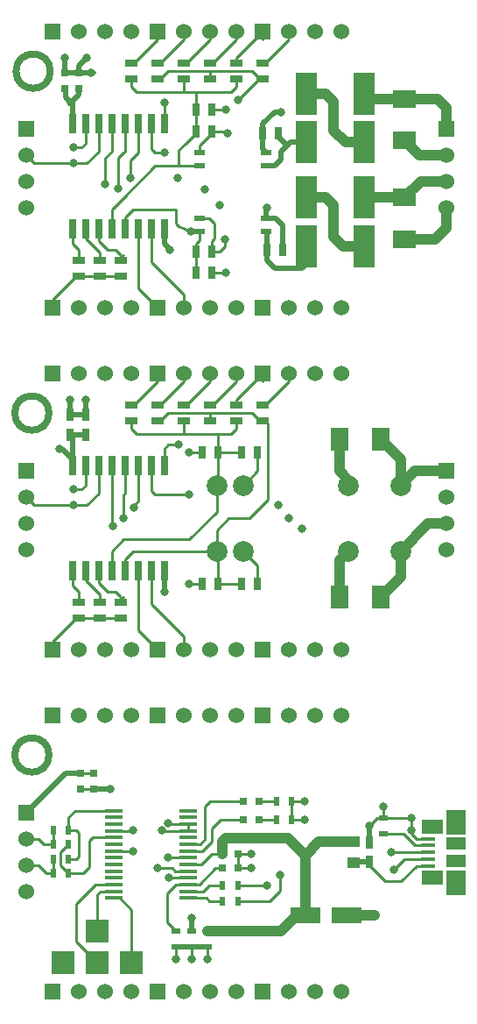
<source format=gtl>
G04 #@! TF.FileFunction,Copper,L1,Top,Signal*
%FSLAX45Y45*%
G04 Gerber Fmt 4.5, Leading zero omitted, Abs format (unit mm)*
G04 Created by KiCad (PCBNEW (after 2015-may-25 BZR unknown)-product) date 15/07/2015 13:23:27*
%MOMM*%
G01*
G04 APERTURE LIST*
%ADD10C,0.150000*%
%ADD11C,0.381000*%
%ADD12R,0.635000X1.905000*%
%ADD13R,0.635000X1.143000*%
%ADD14R,1.143000X0.635000*%
%ADD15R,1.524000X1.524000*%
%ADD16C,1.524000*%
%ADD17R,2.199640X1.800860*%
%ADD18R,2.032000X4.064000*%
%ADD19R,0.998220X0.497840*%
%ADD20R,0.750000X0.800000*%
%ADD21R,1.800860X2.199640*%
%ADD22C,1.998980*%
%ADD23R,0.750000X1.200000*%
%ADD24R,1.750000X0.450000*%
%ADD25R,0.800000X0.750000*%
%ADD26R,2.999740X1.501140*%
%ADD27R,0.797560X0.797560*%
%ADD28R,1.250000X1.000000*%
%ADD29R,2.235200X2.235200*%
%ADD30R,0.500000X0.900000*%
%ADD31R,0.900000X0.500000*%
%ADD32R,1.897380X1.173480*%
%ADD33R,1.897380X2.374900*%
%ADD34R,2.100580X1.473200*%
%ADD35R,1.379220X0.449580*%
%ADD36C,0.800100*%
%ADD37C,0.254000*%
%ADD38C,1.000760*%
%ADD39C,0.508000*%
G04 APERTURE END LIST*
D10*
D11*
X19139408Y-4699000D02*
G75*
G03X19139408Y-4699000I-152908J0D01*
G01*
X19165570Y-4699000D02*
G75*
G03X19165570Y-4699000I-179070J0D01*
G01*
X19126708Y-8001000D02*
G75*
G03X19126708Y-8001000I-152908J0D01*
G01*
X19152870Y-8001000D02*
G75*
G03X19152870Y-8001000I-179070J0D01*
G01*
X19126708Y-11303000D02*
G75*
G03X19126708Y-11303000I-152908J0D01*
G01*
X19152870Y-11303000D02*
G75*
G03X19152870Y-11303000I-179070J0D01*
G01*
D12*
X19367500Y-6223000D03*
X19494500Y-6223000D03*
X19621500Y-6223000D03*
X19748500Y-6223000D03*
X19875500Y-6223000D03*
X20002500Y-6223000D03*
X20129500Y-6223000D03*
X20256500Y-6223000D03*
X20256500Y-5207000D03*
X20129500Y-5207000D03*
X20002500Y-5207000D03*
X19875500Y-5207000D03*
X19748500Y-5207000D03*
X19621500Y-5207000D03*
X19494500Y-5207000D03*
X19367500Y-5207000D03*
D13*
X20561300Y-6438900D03*
X20713700Y-6438900D03*
X20713700Y-6642100D03*
X20561300Y-6642100D03*
X20561300Y-5283200D03*
X20713700Y-5283200D03*
X20713700Y-5067300D03*
X20561300Y-5067300D03*
D14*
X19431000Y-6680200D03*
X19431000Y-6527800D03*
X19634200Y-6680200D03*
X19634200Y-6527800D03*
X19837400Y-6680200D03*
X19837400Y-6527800D03*
X19939000Y-4622800D03*
X19939000Y-4775200D03*
X20193000Y-4622800D03*
X20193000Y-4775200D03*
X20447000Y-4622800D03*
X20447000Y-4775200D03*
X20701000Y-4622800D03*
X20701000Y-4775200D03*
X20955000Y-4622800D03*
X20955000Y-4775200D03*
X21209000Y-4622800D03*
X21209000Y-4775200D03*
D15*
X22987000Y-5257800D03*
D16*
X22987000Y-5511800D03*
X22987000Y-5765800D03*
X22987000Y-6019800D03*
D15*
X21209000Y-4318000D03*
D16*
X21463000Y-4318000D03*
X21717000Y-4318000D03*
X21971000Y-4318000D03*
D15*
X20193000Y-4318000D03*
D16*
X20447000Y-4318000D03*
X20701000Y-4318000D03*
X20955000Y-4318000D03*
D15*
X19177000Y-4318000D03*
D16*
X19431000Y-4318000D03*
X19685000Y-4318000D03*
X19939000Y-4318000D03*
D15*
X21209000Y-6985000D03*
D16*
X21463000Y-6985000D03*
X21717000Y-6985000D03*
X21971000Y-6985000D03*
D15*
X20193000Y-6985000D03*
D16*
X20447000Y-6985000D03*
X20701000Y-6985000D03*
X20955000Y-6985000D03*
D15*
X19177000Y-6985000D03*
D16*
X19431000Y-6985000D03*
X19685000Y-6985000D03*
X19939000Y-6985000D03*
D15*
X18923000Y-5257800D03*
D16*
X18923000Y-5511800D03*
X18923000Y-5765800D03*
X18923000Y-6019800D03*
D17*
X22580600Y-6322060D03*
X22580600Y-5920740D03*
X22580600Y-5369560D03*
X22580600Y-4968240D03*
D18*
X21628100Y-6388100D03*
X22186900Y-6388100D03*
X21628100Y-5918200D03*
X22186900Y-5918200D03*
X21628100Y-4914900D03*
X22186900Y-4914900D03*
X21628100Y-5384800D03*
X22186900Y-5384800D03*
D13*
X21399500Y-6426200D03*
X21247100Y-6426200D03*
X21209000Y-5295900D03*
X21361400Y-5295900D03*
D19*
X21240750Y-5613400D03*
X21240750Y-5486400D03*
X20593050Y-5486400D03*
X20593050Y-5613400D03*
X21240750Y-6248400D03*
X21240750Y-6121400D03*
X20593050Y-6121400D03*
X20593050Y-6248400D03*
D20*
X19431000Y-4862900D03*
X19431000Y-4712900D03*
X19291300Y-4862900D03*
X19291300Y-4712900D03*
D12*
X19367500Y-9525000D03*
X19494500Y-9525000D03*
X19621500Y-9525000D03*
X19748500Y-9525000D03*
X19875500Y-9525000D03*
X20002500Y-9525000D03*
X20129500Y-9525000D03*
X20256500Y-9525000D03*
X20256500Y-8509000D03*
X20129500Y-8509000D03*
X20002500Y-8509000D03*
X19875500Y-8509000D03*
X19748500Y-8509000D03*
X19621500Y-8509000D03*
X19494500Y-8509000D03*
X19367500Y-8509000D03*
D13*
X21005800Y-9652000D03*
X21158200Y-9652000D03*
X20624800Y-9652000D03*
X20777200Y-9652000D03*
X21005800Y-8382000D03*
X21158200Y-8382000D03*
X20624800Y-8382000D03*
X20777200Y-8382000D03*
D14*
X19431000Y-9982200D03*
X19431000Y-9829800D03*
X19634200Y-9982200D03*
X19634200Y-9829800D03*
X19837400Y-9982200D03*
X19837400Y-9829800D03*
X19939000Y-7924800D03*
X19939000Y-8077200D03*
X20193000Y-7924800D03*
X20193000Y-8077200D03*
X20447000Y-7924800D03*
X20447000Y-8077200D03*
X20701000Y-7924800D03*
X20701000Y-8077200D03*
X20955000Y-7924800D03*
X20955000Y-8077200D03*
X21209000Y-7924800D03*
X21209000Y-8077200D03*
D15*
X22987000Y-8559800D03*
D16*
X22987000Y-8813800D03*
X22987000Y-9067800D03*
X22987000Y-9321800D03*
D15*
X21209000Y-7620000D03*
D16*
X21463000Y-7620000D03*
X21717000Y-7620000D03*
X21971000Y-7620000D03*
D15*
X20193000Y-7620000D03*
D16*
X20447000Y-7620000D03*
X20701000Y-7620000D03*
X20955000Y-7620000D03*
D15*
X19177000Y-7620000D03*
D16*
X19431000Y-7620000D03*
X19685000Y-7620000D03*
X19939000Y-7620000D03*
D15*
X21209000Y-10287000D03*
D16*
X21463000Y-10287000D03*
X21717000Y-10287000D03*
X21971000Y-10287000D03*
D15*
X20193000Y-10287000D03*
D16*
X20447000Y-10287000D03*
X20701000Y-10287000D03*
X20955000Y-10287000D03*
D15*
X19177000Y-10287000D03*
D16*
X19431000Y-10287000D03*
X19685000Y-10287000D03*
X19939000Y-10287000D03*
D15*
X18923000Y-8559800D03*
D16*
X18923000Y-8813800D03*
X18923000Y-9067800D03*
X18923000Y-9321800D03*
D21*
X21948140Y-9779000D03*
X22349460Y-9779000D03*
X21948140Y-8255000D03*
X22349460Y-8255000D03*
D22*
X20764500Y-8699500D03*
X21018500Y-8699500D03*
X22034500Y-8699500D03*
X22542500Y-8699500D03*
X20764500Y-9334500D03*
X21018500Y-9334500D03*
X22034500Y-9334500D03*
X22542500Y-9334500D03*
D23*
X19494500Y-8210300D03*
X19494500Y-8020300D03*
X19342100Y-8210300D03*
X19342100Y-8020300D03*
D24*
X19763150Y-11839350D03*
X19763150Y-11904350D03*
X19763150Y-11969350D03*
X19763150Y-12034350D03*
X19763150Y-12099350D03*
X19763150Y-12164350D03*
X19763150Y-12229350D03*
X19763150Y-12294350D03*
X19763150Y-12359350D03*
X19763150Y-12424350D03*
X19763150Y-12489350D03*
X19763150Y-12554350D03*
X19763150Y-12619350D03*
X19763150Y-12684350D03*
X20483150Y-12684350D03*
X20483150Y-12619350D03*
X20483150Y-12554350D03*
X20483150Y-12489350D03*
X20483150Y-12424350D03*
X20483150Y-12359350D03*
X20483150Y-12294350D03*
X20483150Y-12229350D03*
X20483150Y-12164350D03*
X20483150Y-12099350D03*
X20483150Y-12034350D03*
X20483150Y-11969350D03*
X20483150Y-11904350D03*
X20483150Y-11839350D03*
D15*
X21209000Y-10922000D03*
D16*
X21463000Y-10922000D03*
X21717000Y-10922000D03*
X21971000Y-10922000D03*
D15*
X20193000Y-10922000D03*
D16*
X20447000Y-10922000D03*
X20701000Y-10922000D03*
X20955000Y-10922000D03*
D15*
X19177000Y-10922000D03*
D16*
X19431000Y-10922000D03*
X19685000Y-10922000D03*
X19939000Y-10922000D03*
D15*
X21209000Y-13589000D03*
D16*
X21463000Y-13589000D03*
X21717000Y-13589000D03*
X21971000Y-13589000D03*
D15*
X20193000Y-13589000D03*
D16*
X20447000Y-13589000D03*
X20701000Y-13589000D03*
X20955000Y-13589000D03*
D15*
X19177000Y-13589000D03*
D16*
X19431000Y-13589000D03*
X19685000Y-13589000D03*
X19939000Y-13589000D03*
D15*
X18923000Y-11861800D03*
D16*
X18923000Y-12115800D03*
X18923000Y-12369800D03*
X18923000Y-12623800D03*
D20*
X19443700Y-11482000D03*
X19443700Y-11632000D03*
X19570700Y-11482000D03*
X19570700Y-11632000D03*
D25*
X20816500Y-12395200D03*
X20966500Y-12395200D03*
X20816500Y-12255500D03*
X20966500Y-12255500D03*
D26*
X22018498Y-12852400D03*
X21618702Y-12852400D03*
D23*
X22237700Y-12337800D03*
X22237700Y-12147800D03*
D27*
X21019770Y-11925300D03*
X21169630Y-11925300D03*
X21019770Y-11747500D03*
X21169630Y-11747500D03*
D28*
X22085300Y-12142800D03*
X22085300Y-12342800D03*
D29*
X19939000Y-13309600D03*
X19608800Y-13309600D03*
X19278600Y-13309600D03*
D30*
X21337200Y-11925300D03*
X21487200Y-11925300D03*
X21337200Y-11747500D03*
X21487200Y-11747500D03*
X19328200Y-12166600D03*
X19178200Y-12166600D03*
X19328200Y-12026900D03*
X19178200Y-12026900D03*
X19328200Y-12446000D03*
X19178200Y-12446000D03*
X19328200Y-12306300D03*
X19178200Y-12306300D03*
X20966500Y-12712700D03*
X20816500Y-12712700D03*
X20966500Y-12560300D03*
X20816500Y-12560300D03*
D31*
X22377400Y-11913800D03*
X22377400Y-12063800D03*
X20523200Y-13006000D03*
X20523200Y-13156000D03*
X20675600Y-13006000D03*
X20675600Y-13156000D03*
X20370800Y-13006000D03*
X20370800Y-13156000D03*
D32*
X23075900Y-12326620D03*
X23075900Y-12158980D03*
D33*
X23075900Y-11951462D03*
X23075900Y-12534138D03*
D34*
X22846030Y-11996674D03*
X22846030Y-12488926D03*
D35*
X22809962Y-12372848D03*
X22809962Y-12307824D03*
X22809962Y-12242800D03*
X22809962Y-12177776D03*
X22809962Y-12112752D03*
D29*
X19608800Y-13004800D03*
D36*
X21590000Y-9118600D03*
X19761200Y-9093200D03*
X19685000Y-5791200D03*
X20789900Y-5994400D03*
X19380200Y-8890000D03*
X19380200Y-5588000D03*
X19380200Y-8737600D03*
X19380200Y-5435600D03*
X21386800Y-5092700D03*
X20967700Y-4978400D03*
X20510500Y-6248400D03*
X21247100Y-6019800D03*
X20396200Y-8305800D03*
X20256500Y-5003800D03*
X20497800Y-8788400D03*
X20256500Y-5486400D03*
X19964400Y-8915400D03*
X21361400Y-8890000D03*
X19926300Y-5727700D03*
X20383500Y-5727700D03*
X19862800Y-9017000D03*
X21463000Y-9017000D03*
X20650200Y-5842000D03*
X19812000Y-5829300D03*
X20231100Y-12026900D03*
X20294600Y-11963400D03*
X19950950Y-12229350D03*
X22275800Y-12852400D03*
X21094700Y-12395200D03*
X21094700Y-12255500D03*
X19735800Y-11632000D03*
X20295350Y-12294350D03*
X20302050Y-12489350D03*
X22644100Y-12026900D03*
X22644100Y-11912600D03*
X22237700Y-11988800D03*
X22377400Y-11798300D03*
X19342100Y-7874000D03*
X19494500Y-7874000D03*
X20256500Y-9728200D03*
X19291300Y-4572000D03*
X20866100Y-5295900D03*
X20307300Y-6426200D03*
X20840700Y-6324600D03*
X19507200Y-4572000D03*
X19544100Y-4712900D03*
X20523200Y-12877800D03*
X19240500Y-8343900D03*
X20497800Y-9652000D03*
X20497800Y-8382000D03*
X20853400Y-5067300D03*
X20853400Y-6642100D03*
X19354800Y-5003800D03*
X22479000Y-12407900D03*
X21247100Y-12560300D03*
X22453600Y-12242800D03*
X21374100Y-12458700D03*
X20193000Y-12395200D03*
X19951700Y-12026900D03*
X20523200Y-13271500D03*
X20675600Y-13271500D03*
X20370800Y-13271500D03*
X21615400Y-11747500D03*
X21615400Y-11925300D03*
D37*
X19748500Y-8509000D02*
X19748500Y-9080500D01*
X19748500Y-9080500D02*
X19761200Y-9093200D01*
X19685000Y-5537200D02*
X19685000Y-5600700D01*
X19748500Y-5207000D02*
X19748500Y-5473700D01*
X19685000Y-5600700D02*
X19685000Y-5791200D01*
X19748500Y-5473700D02*
X19685000Y-5537200D01*
X19380200Y-8890000D02*
X19507200Y-8890000D01*
X19380200Y-8890000D02*
X18999200Y-8890000D01*
X19621500Y-8686800D02*
X19621500Y-8509000D01*
X19621500Y-8509000D02*
X19621500Y-8686800D01*
X19507200Y-8890000D02*
X19621500Y-8775700D01*
X19621500Y-8775700D02*
X19621500Y-8509000D01*
X18999200Y-8890000D02*
X18923000Y-8813800D01*
X19380200Y-5588000D02*
X18999200Y-5588000D01*
X18999200Y-5588000D02*
X18923000Y-5511800D01*
X19621500Y-5473700D02*
X19621500Y-5207000D01*
X19380200Y-5588000D02*
X19507200Y-5588000D01*
X19507200Y-5588000D02*
X19621500Y-5473700D01*
X19621500Y-5207000D02*
X19621500Y-5384800D01*
X19621500Y-5384800D02*
X19621500Y-5207000D01*
X19456400Y-8737600D02*
X19494500Y-8699500D01*
X19494500Y-8699500D02*
X19494500Y-8509000D01*
X19380200Y-8737600D02*
X19456400Y-8737600D01*
X19456400Y-5435600D02*
X19494500Y-5397500D01*
X19380200Y-5435600D02*
X19456400Y-5435600D01*
X19494500Y-5397500D02*
X19494500Y-5207000D01*
X19939000Y-8153400D02*
X19989800Y-8204200D01*
X20777200Y-8204200D02*
X20904200Y-8204200D01*
X20447000Y-8204200D02*
X20777200Y-8204200D01*
X19989800Y-8204200D02*
X20447000Y-8204200D01*
X21005800Y-8382000D02*
X20777200Y-8382000D01*
X20777200Y-8382000D02*
X20777200Y-8204200D01*
X19862800Y-9220200D02*
X19748500Y-9334500D01*
X19748500Y-9334500D02*
X19748500Y-9525000D01*
X20777200Y-8686800D02*
X20764500Y-8699500D01*
X20447000Y-8077200D02*
X20447000Y-8204200D01*
X19939000Y-8077200D02*
X19939000Y-8153400D01*
X20764500Y-8953500D02*
X20497800Y-9220200D01*
X20904200Y-8204200D02*
X20955000Y-8153400D01*
X20764500Y-8699500D02*
X20764500Y-8953500D01*
X20955000Y-8153400D02*
X20955000Y-8077200D01*
X20497800Y-9220200D02*
X19862800Y-9220200D01*
X20777200Y-8382000D02*
X20777200Y-8686800D01*
X20447000Y-4902200D02*
X20561300Y-4902200D01*
X19939000Y-4775200D02*
X19939000Y-4851400D01*
X19939000Y-4851400D02*
X19989800Y-4902200D01*
X20447000Y-4775200D02*
X20447000Y-4902200D01*
X19989800Y-4902200D02*
X20447000Y-4902200D01*
X20561300Y-5067300D02*
X20561300Y-5283200D01*
X20497800Y-5613400D02*
X20593050Y-5613400D01*
X20561300Y-5295900D02*
X20459700Y-5397500D01*
X20561300Y-5283200D02*
X20561300Y-5295900D01*
X20167600Y-5613400D02*
X19850100Y-5930900D01*
X19850100Y-5930900D02*
X19748500Y-6032500D01*
X19748500Y-6032500D02*
X19748500Y-6223000D01*
X20396200Y-5613400D02*
X20167600Y-5613400D01*
X20593050Y-5613400D02*
X20396200Y-5613400D01*
X20396200Y-5461000D02*
X20396200Y-5613400D01*
X20459700Y-5397500D02*
X20396200Y-5461000D01*
X20955000Y-4851400D02*
X20955000Y-4775200D01*
X20904200Y-4902200D02*
X20955000Y-4851400D01*
X20561300Y-4902200D02*
X20777200Y-4902200D01*
X20777200Y-4902200D02*
X20904200Y-4902200D01*
X20561300Y-5067300D02*
X20561300Y-4902200D01*
D38*
X22034500Y-8699500D02*
X22034500Y-8648700D01*
X22034500Y-8648700D02*
X21948140Y-8562340D01*
X21948140Y-8562340D02*
X21948140Y-8255000D01*
D37*
X21948140Y-8534400D02*
X21948140Y-8255000D01*
X22034500Y-8674100D02*
X21945600Y-8585200D01*
X21945600Y-8585200D02*
X21945600Y-8534400D01*
X22034500Y-8699500D02*
X22034500Y-8674100D01*
X21945600Y-8534400D02*
X21948140Y-8534400D01*
D38*
X22722840Y-5511800D02*
X22580600Y-5369560D01*
X22987000Y-5511800D02*
X22722840Y-5511800D01*
D39*
X21209000Y-5454650D02*
X21240750Y-5486400D01*
X21209000Y-5295900D02*
X21209000Y-5454650D01*
X21209000Y-5207000D02*
X21323300Y-5092700D01*
X21323300Y-5092700D02*
X21386800Y-5092700D01*
X21209000Y-5295900D02*
X21209000Y-5207000D01*
D38*
X22542500Y-8699500D02*
X22542500Y-8448040D01*
X22542500Y-8448040D02*
X22349460Y-8255000D01*
X22987000Y-8559800D02*
X22682200Y-8559800D01*
X22682200Y-8559800D02*
X22542500Y-8699500D01*
D37*
X22542500Y-8448040D02*
X22349460Y-8255000D01*
D38*
X22987000Y-5054600D02*
X22900640Y-4968240D01*
X22900640Y-4968240D02*
X22580600Y-4968240D01*
X22987000Y-5257800D02*
X22987000Y-5054600D01*
X22240240Y-4968240D02*
X22186900Y-4914900D01*
X22580600Y-4968240D02*
X22240240Y-4968240D01*
D37*
X20193000Y-8077200D02*
X20218400Y-8077200D01*
X21082000Y-9017000D02*
X21259800Y-8839200D01*
X21259800Y-8839200D02*
X21259800Y-8102600D01*
X20764500Y-9131300D02*
X20878800Y-9017000D01*
X20777200Y-9652000D02*
X20777200Y-9347200D01*
X21107400Y-8001000D02*
X21183600Y-8077200D01*
X21183600Y-8077200D02*
X21209000Y-8077200D01*
X20294600Y-8001000D02*
X20701000Y-8001000D01*
X19875500Y-9410700D02*
X19875500Y-9525000D01*
X20777200Y-9652000D02*
X21005800Y-9652000D01*
X20764500Y-9334500D02*
X20764500Y-9131300D01*
X20878800Y-9017000D02*
X21082000Y-9017000D01*
X19951700Y-9334500D02*
X19875500Y-9410700D01*
X20701000Y-8001000D02*
X21107400Y-8001000D01*
X20777200Y-9347200D02*
X20764500Y-9334500D01*
X21259800Y-8102600D02*
X21234400Y-8077200D01*
X20764500Y-9334500D02*
X19951700Y-9334500D01*
X20218400Y-8077200D02*
X20294600Y-8001000D01*
X20701000Y-8077200D02*
X20701000Y-8001000D01*
X21234400Y-8077200D02*
X21209000Y-8077200D01*
X21234400Y-4775200D02*
X21209000Y-4775200D01*
X20701000Y-4775200D02*
X20701000Y-4699000D01*
X20218400Y-4775200D02*
X20294600Y-4699000D01*
X21107400Y-4699000D02*
X21183600Y-4775200D01*
X20701000Y-4699000D02*
X21107400Y-4699000D01*
X20193000Y-4775200D02*
X20218400Y-4775200D01*
X21183600Y-4775200D02*
X21209000Y-4775200D01*
X20294600Y-4699000D02*
X20701000Y-4699000D01*
X20561300Y-6642100D02*
X20561300Y-6438900D01*
X20561300Y-6362700D02*
X20593050Y-6330950D01*
X20593050Y-6330950D02*
X20593050Y-6248400D01*
X20561300Y-6438900D02*
X20561300Y-6362700D01*
X20294600Y-6032500D02*
X20358100Y-6032500D01*
X20358100Y-6032500D02*
X20364450Y-6038850D01*
X20396200Y-6197600D02*
X20510500Y-6248400D01*
X20510500Y-6248400D02*
X20593050Y-6248400D01*
X19951700Y-6032500D02*
X19875500Y-6108700D01*
X19875500Y-6223000D02*
X19875500Y-6108700D01*
X19951700Y-6032500D02*
X20294600Y-6032500D01*
X20364450Y-6038850D02*
X20370800Y-6038850D01*
X20370800Y-6172200D02*
X20396200Y-6197600D01*
X20370800Y-6038850D02*
X20370800Y-6172200D01*
X21170900Y-4775200D02*
X21209000Y-4775200D01*
X20967700Y-4978400D02*
X21170900Y-4775200D01*
D38*
X21948140Y-9779000D02*
X21948140Y-9420860D01*
X21948140Y-9420860D02*
X22034500Y-9334500D01*
D37*
X21948140Y-9446260D02*
X21948140Y-9779000D01*
X22034500Y-9359900D02*
X21948140Y-9446260D01*
X22034500Y-9334500D02*
X22034500Y-9359900D01*
D38*
X22987000Y-6210300D02*
X22875240Y-6322060D01*
X22875240Y-6322060D02*
X22580600Y-6322060D01*
X22987000Y-6019800D02*
X22987000Y-6210300D01*
D39*
X21399500Y-6184900D02*
X21336000Y-6121400D01*
X21336000Y-6121400D02*
X21240750Y-6121400D01*
X21399500Y-6426200D02*
X21399500Y-6184900D01*
X21240750Y-6026150D02*
X21247100Y-6019800D01*
X21240750Y-6121400D02*
X21240750Y-6026150D01*
D38*
X22542500Y-9334500D02*
X22542500Y-9585960D01*
X22542500Y-9585960D02*
X22349460Y-9779000D01*
X22542500Y-9334500D02*
X22809200Y-9067800D01*
X22809200Y-9067800D02*
X22987000Y-9067800D01*
D37*
X22542500Y-9585960D02*
X22349460Y-9779000D01*
X22987000Y-9067800D02*
X22809200Y-9067800D01*
D38*
X22735540Y-5765800D02*
X22580600Y-5920740D01*
X22987000Y-5765800D02*
X22735540Y-5765800D01*
X22189440Y-5920740D02*
X22186900Y-5918200D01*
X22580600Y-5920740D02*
X22189440Y-5920740D01*
D37*
X20129500Y-10223500D02*
X20193000Y-10287000D01*
X19939000Y-7924800D02*
X19964400Y-7924800D01*
X20002500Y-10096500D02*
X20193000Y-10287000D01*
X20002500Y-9525000D02*
X20002500Y-10096500D01*
X20193000Y-7696200D02*
X20193000Y-7620000D01*
X20002500Y-10083800D02*
X20002500Y-10096500D01*
X19964400Y-7924800D02*
X20193000Y-7696200D01*
X20002500Y-10096500D02*
X20193000Y-10287000D01*
X19964400Y-4622800D02*
X20193000Y-4394200D01*
X20129500Y-6921500D02*
X20193000Y-6985000D01*
X20193000Y-4394200D02*
X20193000Y-4318000D01*
X20002500Y-6223000D02*
X20002500Y-6794500D01*
X20002500Y-6794500D02*
X20193000Y-6985000D01*
X19939000Y-4622800D02*
X19964400Y-4622800D01*
X20002500Y-6794500D02*
X20193000Y-6985000D01*
X20002500Y-6781800D02*
X20002500Y-6794500D01*
X20129500Y-9842500D02*
X20447000Y-10160000D01*
X20129500Y-9525000D02*
X20129500Y-9842500D01*
X20447000Y-10160000D02*
X20447000Y-10287000D01*
X20218400Y-7924800D02*
X20447000Y-7696200D01*
X20193000Y-7924800D02*
X20218400Y-7924800D01*
X20447000Y-7696200D02*
X20447000Y-7620000D01*
X20447000Y-4394200D02*
X20447000Y-4318000D01*
X20218400Y-4622800D02*
X20447000Y-4394200D01*
X20447000Y-6858000D02*
X20447000Y-6985000D01*
X20129500Y-6223000D02*
X20129500Y-6540500D01*
X20193000Y-4622800D02*
X20218400Y-4622800D01*
X20129500Y-6540500D02*
X20447000Y-6858000D01*
X20472400Y-7924800D02*
X20701000Y-7696200D01*
X20701000Y-7696200D02*
X20701000Y-7620000D01*
X20447000Y-7924800D02*
X20472400Y-7924800D01*
X20294600Y-8305800D02*
X20396200Y-8305800D01*
X20256500Y-8343900D02*
X20294600Y-8305800D01*
X20256500Y-8509000D02*
X20256500Y-8343900D01*
X20256500Y-5207000D02*
X20256500Y-5041900D01*
X20447000Y-4622800D02*
X20472400Y-4622800D01*
X20472400Y-4622800D02*
X20701000Y-4394200D01*
X20701000Y-4394200D02*
X20701000Y-4318000D01*
X20256500Y-5207000D02*
X20256500Y-5003800D01*
X20129500Y-8750300D02*
X20167600Y-8788400D01*
X20129500Y-8509000D02*
X20129500Y-8750300D01*
X20726400Y-7924800D02*
X20955000Y-7696200D01*
X20167600Y-8788400D02*
X20497800Y-8788400D01*
X20701000Y-7924800D02*
X20726400Y-7924800D01*
X20955000Y-7696200D02*
X20955000Y-7620000D01*
X20726400Y-4622800D02*
X20955000Y-4394200D01*
X20701000Y-4622800D02*
X20726400Y-4622800D01*
X20955000Y-4394200D02*
X20955000Y-4318000D01*
X20129500Y-5207000D02*
X20129500Y-5448300D01*
X20129500Y-5448300D02*
X20167600Y-5486400D01*
X20167600Y-5486400D02*
X20256500Y-5486400D01*
X20955000Y-7924800D02*
X20980400Y-7924800D01*
X21209000Y-7696200D02*
X21209000Y-7620000D01*
X20002500Y-8509000D02*
X20002500Y-8851900D01*
X20955000Y-7924800D02*
X20955000Y-7874000D01*
X19964400Y-8915400D02*
X19964400Y-8890000D01*
X19964400Y-8890000D02*
X20002500Y-8851900D01*
X20002500Y-8509000D02*
X20002500Y-8851900D01*
X20955000Y-7874000D02*
X21209000Y-7620000D01*
X20955000Y-4572000D02*
X21209000Y-4318000D01*
X21209000Y-4394200D02*
X21209000Y-4318000D01*
X19926300Y-5727700D02*
X19926300Y-5702300D01*
X20955000Y-4622800D02*
X20955000Y-4572000D01*
X20002500Y-5207000D02*
X20002500Y-5486400D01*
X20955000Y-4622800D02*
X20980400Y-4622800D01*
X19926300Y-5562600D02*
X19926300Y-5727700D01*
X20002500Y-5486400D02*
X19926300Y-5562600D01*
X19862800Y-9017000D02*
X19862800Y-8890000D01*
X19862800Y-8890000D02*
X19862800Y-8788400D01*
X21234400Y-7924800D02*
X21463000Y-7696200D01*
X21209000Y-7924800D02*
X21234400Y-7924800D01*
X19875500Y-8509000D02*
X19875500Y-8775700D01*
X21463000Y-7696200D02*
X21463000Y-7620000D01*
X19862800Y-8788400D02*
X19875500Y-8775700D01*
X21209000Y-4622800D02*
X21234400Y-4622800D01*
X21234400Y-4622800D02*
X21463000Y-4394200D01*
X19862800Y-5486400D02*
X19812000Y-5537200D01*
X19812000Y-5537200D02*
X19812000Y-5600700D01*
X19812000Y-5600700D02*
X19812000Y-5829300D01*
X19875500Y-5473700D02*
X19875500Y-5207000D01*
X19862800Y-5486400D02*
X19875500Y-5473700D01*
X20483150Y-12034350D02*
X20238550Y-12034350D01*
X20223650Y-12034350D02*
X20231100Y-12026900D01*
X20483150Y-12034350D02*
X20223650Y-12034350D01*
X20238550Y-12034350D02*
X20231100Y-12026900D01*
X20302050Y-12489350D02*
X20294600Y-12496800D01*
X20302050Y-12489350D02*
X20294600Y-12496800D01*
X20295350Y-12294350D02*
X20294600Y-12293600D01*
X20295350Y-12294350D02*
X20294600Y-12293600D01*
X19763150Y-12229350D02*
X19950950Y-12229350D01*
X20483150Y-11969350D02*
X20300550Y-11969350D01*
X20300550Y-11969350D02*
X20294600Y-11963400D01*
X20483150Y-12034350D02*
X20483150Y-11969350D01*
X19950950Y-12229350D02*
X19951700Y-12230100D01*
D38*
X22018498Y-12852400D02*
X22288500Y-12852400D01*
X22288500Y-12852400D02*
X22275800Y-12852400D01*
D37*
X20966500Y-12395200D02*
X21094700Y-12395200D01*
X20966500Y-12395200D02*
X20966500Y-12255500D01*
X20966500Y-12255500D02*
X21094700Y-12255500D01*
D39*
X19570700Y-11632000D02*
X19735800Y-11632000D01*
X19735800Y-11632000D02*
X19747300Y-11632000D01*
X19747300Y-11632000D02*
X19748500Y-11633200D01*
D37*
X19570700Y-11632000D02*
X19443700Y-11632000D01*
X20483150Y-12294350D02*
X20295350Y-12294350D01*
X20483150Y-12489350D02*
X20302050Y-12489350D01*
X22642900Y-11913800D02*
X22644100Y-11912600D01*
X22644100Y-11912600D02*
X22644100Y-12026900D01*
X22691852Y-12112752D02*
X22644100Y-12065000D01*
X22644100Y-12065000D02*
X22644100Y-12026900D01*
X22691852Y-12112752D02*
X22809962Y-12112752D01*
X22377400Y-11913800D02*
X22642900Y-11913800D01*
X22312700Y-11913800D02*
X22237700Y-11988800D01*
D39*
X22237700Y-11988800D02*
X22237700Y-12147800D01*
D37*
X22377400Y-11913800D02*
X22312700Y-11913800D01*
X22377400Y-11913800D02*
X22377400Y-11798300D01*
X21158200Y-8382000D02*
X21158200Y-8559800D01*
X21158200Y-9652000D02*
X21158200Y-9474200D01*
D39*
X19342100Y-8020300D02*
X19342100Y-7874000D01*
X19494500Y-8020300D02*
X19494500Y-7874000D01*
X19342100Y-8020300D02*
X19494500Y-8020300D01*
X20256500Y-9525000D02*
X20256500Y-9728200D01*
D37*
X21158200Y-8559800D02*
X21018500Y-8699500D01*
X20256500Y-9525000D02*
X20256500Y-9728200D01*
X21158200Y-9474200D02*
X21018500Y-9334500D01*
D39*
X19291300Y-4712900D02*
X19291300Y-4572000D01*
D37*
X20739100Y-6184900D02*
X20739100Y-6172200D01*
X20739100Y-6235700D02*
X20739100Y-6184900D01*
X20688300Y-6121400D02*
X20593050Y-6121400D01*
X20739100Y-6286500D02*
X20739100Y-6235700D01*
X20713700Y-6438900D02*
X20713700Y-6337300D01*
X20713700Y-5295900D02*
X20713700Y-5283200D01*
X20593050Y-5416550D02*
X20713700Y-5295900D01*
X20593050Y-5486400D02*
X20593050Y-5416550D01*
X20853400Y-5283200D02*
X20866100Y-5295900D01*
X20713700Y-5283200D02*
X20853400Y-5283200D01*
D39*
X20307300Y-6413500D02*
X20256500Y-6362700D01*
X20256500Y-6362700D02*
X20256500Y-6223000D01*
D37*
X20307300Y-6426200D02*
X20307300Y-6413500D01*
X20688300Y-6121400D02*
X20739100Y-6172200D01*
X20739100Y-6172200D02*
X20739100Y-6235700D01*
X20739100Y-6311900D02*
X20713700Y-6337300D01*
X20739100Y-6286500D02*
X20739100Y-6311900D01*
X20840700Y-6388100D02*
X20789900Y-6438900D01*
X20789900Y-6438900D02*
X20713700Y-6438900D01*
X20840700Y-6324600D02*
X20840700Y-6388100D01*
D39*
X19291300Y-4712900D02*
X19431000Y-4712900D01*
X19431000Y-4648200D02*
X19507200Y-4572000D01*
X19431000Y-4712900D02*
X19431000Y-4648200D01*
D37*
X19569500Y-4712900D02*
X19544100Y-4712900D01*
D39*
X19431000Y-4712900D02*
X19569500Y-4712900D01*
X20523200Y-13006000D02*
X20523200Y-12877800D01*
X19443700Y-11482000D02*
X19302800Y-11482000D01*
X19302800Y-11482000D02*
X18923000Y-11861800D01*
D37*
X19443700Y-11482000D02*
X19570700Y-11482000D01*
D39*
X19342100Y-8210300D02*
X19494500Y-8210300D01*
X19367500Y-8509000D02*
X19367500Y-8235700D01*
D37*
X19367500Y-8235700D02*
X19342100Y-8210300D01*
X19240500Y-8343900D02*
X19265900Y-8343900D01*
X19253200Y-8356600D02*
X19240500Y-8343900D01*
D39*
X19265900Y-8343900D02*
X19367500Y-8445500D01*
D37*
X19367500Y-8445500D02*
X19367500Y-8509000D01*
X19431000Y-9982200D02*
X19405600Y-9982200D01*
X19177000Y-10210800D02*
X19177000Y-10287000D01*
X19405600Y-9982200D02*
X19177000Y-10210800D01*
X20624800Y-9652000D02*
X20497800Y-9652000D01*
X19837400Y-9982200D02*
X19634200Y-9982200D01*
X20624800Y-9652000D02*
X20497800Y-9652000D01*
X19634200Y-9982200D02*
X19431000Y-9982200D01*
X20624800Y-8382000D02*
X20497800Y-8382000D01*
X19431000Y-6680200D02*
X19405600Y-6680200D01*
X19177000Y-6908800D02*
X19177000Y-6985000D01*
X19405600Y-6680200D02*
X19177000Y-6908800D01*
X19837400Y-6680200D02*
X19634200Y-6680200D01*
X19634200Y-6680200D02*
X19431000Y-6680200D01*
X20713700Y-5067300D02*
X20853400Y-5067300D01*
X20713700Y-6642100D02*
X20853400Y-6642100D01*
D39*
X19431000Y-4927600D02*
X19354800Y-5003800D01*
X19367500Y-5016500D02*
X19367500Y-5207000D01*
D37*
X19367500Y-5016500D02*
X19354800Y-5003800D01*
D39*
X19431000Y-4862900D02*
X19431000Y-4927600D01*
D37*
X19304000Y-4875600D02*
X19291300Y-4862900D01*
D39*
X19304000Y-4953000D02*
X19304000Y-4875600D01*
X19354800Y-5003800D02*
X19304000Y-4953000D01*
X21323300Y-5613400D02*
X21386800Y-5549900D01*
X21386800Y-5549900D02*
X21386800Y-5473700D01*
X21443950Y-5416550D02*
X21475700Y-5384800D01*
X21386800Y-5473700D02*
X21443950Y-5416550D01*
X21475700Y-5384800D02*
X21628100Y-5384800D01*
X21240750Y-5613400D02*
X21323300Y-5613400D01*
X21361400Y-5334000D02*
X21443950Y-5416550D01*
X21361400Y-5295900D02*
X21361400Y-5334000D01*
X21247100Y-6254750D02*
X21240750Y-6248400D01*
X21247100Y-6426200D02*
X21247100Y-6254750D01*
X21628100Y-6565900D02*
X21628100Y-6388100D01*
X21247100Y-6527800D02*
X21323300Y-6604000D01*
X21323300Y-6604000D02*
X21590000Y-6604000D01*
X21590000Y-6604000D02*
X21628100Y-6565900D01*
X21247100Y-6426200D02*
X21247100Y-6527800D01*
D37*
X20483150Y-12684350D02*
X20659950Y-12684350D01*
X20688300Y-12712700D02*
X20816500Y-12712700D01*
X20659950Y-12684350D02*
X20688300Y-12712700D01*
X19621500Y-9525000D02*
X19621500Y-9639300D01*
X19837400Y-9804400D02*
X19862800Y-9779000D01*
X19837400Y-9829800D02*
X19837400Y-9804400D01*
X19621500Y-9639300D02*
X19710400Y-9728200D01*
X19837400Y-9829800D02*
X19812000Y-9829800D01*
X19837400Y-9779000D02*
X19837400Y-9829800D01*
X19786600Y-9728200D02*
X19837400Y-9779000D01*
X19710400Y-9728200D02*
X19786600Y-9728200D01*
X19837400Y-6527800D02*
X19837400Y-6502400D01*
X19837400Y-6477000D02*
X19837400Y-6527800D01*
X19786600Y-6426200D02*
X19837400Y-6477000D01*
X19710400Y-6426200D02*
X19786600Y-6426200D01*
X19621500Y-6337300D02*
X19710400Y-6426200D01*
X19621500Y-6223000D02*
X19621500Y-6337300D01*
X19837400Y-6502400D02*
X19862800Y-6477000D01*
X19837400Y-6527800D02*
X19812000Y-6527800D01*
X20483150Y-12619350D02*
X20629250Y-12619350D01*
X20688300Y-12560300D02*
X20816500Y-12560300D01*
X20629250Y-12619350D02*
X20688300Y-12560300D01*
X19634200Y-9753600D02*
X19494500Y-9613900D01*
X19494500Y-9613900D02*
X19494500Y-9525000D01*
X19634200Y-9829800D02*
X19634200Y-9753600D01*
X19634200Y-6527800D02*
X19634200Y-6451600D01*
X19494500Y-6311900D02*
X19494500Y-6223000D01*
X19634200Y-6451600D02*
X19494500Y-6311900D01*
X19431000Y-9728200D02*
X19367500Y-9664700D01*
X19367500Y-9664700D02*
X19367500Y-9525000D01*
X19431000Y-9829800D02*
X19431000Y-9728200D01*
X19431000Y-6426200D02*
X19367500Y-6362700D01*
X19367500Y-6362700D02*
X19367500Y-6223000D01*
X19431000Y-6527800D02*
X19431000Y-6426200D01*
D38*
X22009100Y-5384800D02*
X21894800Y-5270500D01*
X21894800Y-5270500D02*
X21894800Y-4991100D01*
X21894800Y-4991100D02*
X21818600Y-4914900D01*
X21818600Y-4914900D02*
X21628100Y-4914900D01*
X22186900Y-5384800D02*
X22009100Y-5384800D01*
X21983700Y-6388100D02*
X21894800Y-6299200D01*
X21894800Y-6299200D02*
X21894800Y-5994400D01*
X21894800Y-5994400D02*
X21818600Y-5918200D01*
X21818600Y-5918200D02*
X21628100Y-5918200D01*
X22186900Y-6388100D02*
X21983700Y-6388100D01*
D37*
X20483150Y-12554350D02*
X20592650Y-12554350D01*
X20751800Y-12395200D02*
X20816500Y-12395200D01*
X20592650Y-12554350D02*
X20751800Y-12395200D01*
X20364050Y-12554350D02*
X20281900Y-12636500D01*
X20281900Y-12636500D02*
X20281900Y-12917100D01*
X20281900Y-12917100D02*
X20370800Y-13006000D01*
X20483150Y-12554350D02*
X20364050Y-12554350D01*
D38*
X22085300Y-12142800D02*
X21747404Y-12142800D01*
X21747404Y-12142800D02*
X21618702Y-12271502D01*
X20816500Y-12255500D02*
X20816500Y-12140000D01*
X21618702Y-12271502D02*
X21618702Y-12852400D01*
X21450300Y-12103100D02*
X21618702Y-12271502D01*
X20853400Y-12103100D02*
X21450300Y-12103100D01*
X20816500Y-12140000D02*
X20853400Y-12103100D01*
X20675600Y-13006000D02*
X21385600Y-13006000D01*
X21385600Y-13006000D02*
X21539200Y-12852400D01*
X21539200Y-12852400D02*
X21618702Y-12852400D01*
D37*
X20483150Y-12359350D02*
X20609850Y-12359350D01*
X20713700Y-12255500D02*
X20816500Y-12255500D01*
X20609850Y-12359350D02*
X20713700Y-12255500D01*
X22237700Y-12369800D02*
X22237700Y-12337800D01*
X22691852Y-12372848D02*
X22542500Y-12522200D01*
X22542500Y-12522200D02*
X22390100Y-12522200D01*
X22390100Y-12522200D02*
X22237700Y-12369800D01*
X22809962Y-12372848D02*
X22691852Y-12372848D01*
D39*
X22090300Y-12337800D02*
X22085300Y-12342800D01*
X22237700Y-12337800D02*
X22090300Y-12337800D01*
D37*
X22579076Y-12307824D02*
X22479000Y-12407900D01*
X21247100Y-12560300D02*
X20966500Y-12560300D01*
X22809962Y-12307824D02*
X22579076Y-12307824D01*
X21374100Y-12458700D02*
X21374100Y-12611100D01*
X21374100Y-12611100D02*
X21272500Y-12712700D01*
X21272500Y-12712700D02*
X20966500Y-12712700D01*
X22809962Y-12242800D02*
X22453600Y-12242800D01*
X22680676Y-12177776D02*
X22566700Y-12063800D01*
X22566700Y-12063800D02*
X22377400Y-12063800D01*
X22809962Y-12177776D02*
X22680676Y-12177776D01*
X20625550Y-12229350D02*
X20713700Y-12141200D01*
X20713700Y-12141200D02*
X20713700Y-12014200D01*
X20713700Y-12014200D02*
X20802600Y-11925300D01*
X20802600Y-11925300D02*
X21019770Y-11925300D01*
X20483150Y-12229350D02*
X20625550Y-12229350D01*
X21169630Y-11925300D02*
X21337200Y-11925300D01*
X20601650Y-12164350D02*
X20650200Y-12115800D01*
X20650200Y-12115800D02*
X20650200Y-11798300D01*
X20650200Y-11798300D02*
X20701000Y-11747500D01*
X20701000Y-11747500D02*
X21019770Y-11747500D01*
X20483150Y-12164350D02*
X20601650Y-12164350D01*
X21169630Y-11747500D02*
X21337200Y-11747500D01*
X19178200Y-12026900D02*
X19178200Y-12166600D01*
X19178200Y-12166600D02*
X19088100Y-12166600D01*
X19088100Y-12166600D02*
X19037300Y-12115800D01*
X19037300Y-12115800D02*
X18923000Y-12115800D01*
X19178200Y-12446000D02*
X19113500Y-12446000D01*
X19037300Y-12369800D02*
X18923000Y-12369800D01*
X19113500Y-12446000D02*
X19037300Y-12369800D01*
X19178200Y-12306300D02*
X19178200Y-12446000D01*
X20129500Y-13525500D02*
X20193000Y-13589000D01*
X19763150Y-12684350D02*
X19821750Y-12684350D01*
X19821750Y-12684350D02*
X19939000Y-12801600D01*
X19939000Y-12801600D02*
X19939000Y-13309600D01*
X19763150Y-12554350D02*
X19589350Y-12554350D01*
X19405600Y-13106400D02*
X19608800Y-13309600D01*
X19405600Y-12738100D02*
X19405600Y-13106400D01*
X19589350Y-12554350D02*
X19405600Y-12738100D01*
X20361850Y-12424350D02*
X20483150Y-12424350D01*
X20332700Y-12395200D02*
X20361850Y-12424350D01*
X20193000Y-12395200D02*
X20332700Y-12395200D01*
D39*
X20523200Y-13156000D02*
X20675600Y-13156000D01*
X20370800Y-13156000D02*
X20523200Y-13156000D01*
D37*
X19944250Y-12034350D02*
X19951700Y-12026900D01*
X19763150Y-12034350D02*
X19944250Y-12034350D01*
X20523200Y-13156000D02*
X20523200Y-13271500D01*
X20675600Y-13156000D02*
X20675600Y-13271500D01*
X20370800Y-13156000D02*
X20370800Y-13271500D01*
X21487200Y-11747500D02*
X21615400Y-11747500D01*
X21487200Y-11925300D02*
X21487200Y-11747500D01*
X21487200Y-11925300D02*
X21615400Y-11925300D01*
X19328200Y-12446000D02*
X19328200Y-12444800D01*
X19328200Y-12444800D02*
X19253200Y-12369800D01*
X19253200Y-12241600D02*
X19328200Y-12166600D01*
X19253200Y-12369800D02*
X19253200Y-12241600D01*
X19763150Y-12099350D02*
X19561750Y-12099350D01*
X19469100Y-12446000D02*
X19328200Y-12446000D01*
X19532600Y-12382500D02*
X19469100Y-12446000D01*
X19532600Y-12128500D02*
X19532600Y-12382500D01*
X19561750Y-12099350D02*
X19532600Y-12128500D01*
X19763150Y-11839350D02*
X19389950Y-11839350D01*
X19328200Y-11901100D02*
X19328200Y-12026900D01*
X19389950Y-11839350D02*
X19328200Y-11901100D01*
X19328200Y-12026900D02*
X19405600Y-12026900D01*
X19405600Y-12306300D02*
X19328200Y-12306300D01*
X19431000Y-12280900D02*
X19405600Y-12306300D01*
X19431000Y-12052300D02*
X19431000Y-12280900D01*
X19405600Y-12026900D02*
X19431000Y-12052300D01*
X19608800Y-13004800D02*
X19608800Y-12649200D01*
X19638650Y-12619350D02*
X19763150Y-12619350D01*
X19608800Y-12649200D02*
X19638650Y-12619350D01*
M02*

</source>
